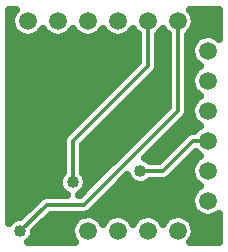
<source format=gbr>
G04 DipTrace 2.4.0.2*
%INBottom.gbr*%
%MOIN*%
%ADD13C,0.013*%
%ADD14C,0.025*%
%ADD17C,0.0591*%
%ADD21C,0.04*%
%FSLAX44Y44*%
G04*
G70*
G90*
G75*
G01*
%LNBottom*%
%LPD*%
X6190Y6065D2*
D13*
Y7440D1*
X8690Y9940D1*
Y11440D1*
X10690Y7440D2*
X10190D1*
X9190Y6440D1*
X8440D1*
X9690Y11440D2*
Y8440D1*
X6565Y5315D1*
X5315D1*
X4440Y4440D1*
D21*
X6190Y6065D3*
X4440Y4440D3*
X8440Y6440D3*
X10260Y11566D2*
D14*
X11040D1*
X10260Y11318D2*
X11040D1*
X4090Y11069D2*
X4245D1*
X5135D2*
X5248D1*
X6135D2*
X6248D1*
X7135D2*
X7248D1*
X8135D2*
X8248D1*
X9135D2*
X9248D1*
X10135D2*
X11040D1*
X4090Y10820D2*
X8335D1*
X9045D2*
X9335D1*
X10045D2*
X10253D1*
X4090Y10572D2*
X8335D1*
X9045D2*
X9335D1*
X4090Y10323D2*
X8335D1*
X9045D2*
X9335D1*
X4090Y10074D2*
X8331D1*
X9045D2*
X9335D1*
X10045D2*
X10241D1*
X4090Y9825D2*
X8085D1*
X9026D2*
X9335D1*
X10045D2*
X10257D1*
X4090Y9577D2*
X7835D1*
X8819D2*
X9335D1*
X4090Y9328D2*
X7585D1*
X8569D2*
X9335D1*
X4090Y9079D2*
X7339D1*
X8322D2*
X9335D1*
X10045D2*
X10237D1*
X4090Y8831D2*
X7089D1*
X8072D2*
X9335D1*
X10045D2*
X10265D1*
X4090Y8582D2*
X6839D1*
X7822D2*
X9335D1*
X10045D2*
X10125D1*
X4090Y8333D2*
X6593D1*
X7576D2*
X9093D1*
X10026D2*
X10115D1*
X4090Y8085D2*
X6343D1*
X7326D2*
X8843D1*
X9826D2*
X10233D1*
X4090Y7836D2*
X6093D1*
X7076D2*
X8593D1*
X9576D2*
X10269D1*
X4090Y7587D2*
X5870D1*
X6830D2*
X8347D1*
X9330D2*
X9847D1*
X4090Y7339D2*
X5835D1*
X6580D2*
X8097D1*
X9080D2*
X9597D1*
X4090Y7090D2*
X5835D1*
X6545D2*
X7847D1*
X8830D2*
X9347D1*
X4090Y6841D2*
X5835D1*
X6545D2*
X7601D1*
X8701D2*
X9101D1*
X10084D2*
X10272D1*
X4090Y6593D2*
X5835D1*
X6545D2*
X7351D1*
X9834D2*
X10128D1*
X4090Y6344D2*
X5792D1*
X6588D2*
X7101D1*
X9584D2*
X10112D1*
X4090Y6095D2*
X5702D1*
X6678D2*
X6854D1*
X7838D2*
X8104D1*
X8776D2*
X10222D1*
X4090Y5846D2*
X5753D1*
X7588D2*
X10280D1*
X4090Y5598D2*
X5120D1*
X7338D2*
X10128D1*
X4090Y5349D2*
X4858D1*
X7092D2*
X10112D1*
X4090Y5100D2*
X4608D1*
X6842D2*
X10218D1*
X4090Y4852D2*
X4198D1*
X5342D2*
X6284D1*
X7096D2*
X7286D1*
X8096D2*
X8286D1*
X9096D2*
X9286D1*
X10096D2*
X11040D1*
X5096Y4603D2*
X6128D1*
X10252D2*
X11040D1*
X4920Y4354D2*
X6112D1*
X10268D2*
X11040D1*
X4787Y4106D2*
X6214D1*
X10166D2*
X11040D1*
X6638Y5941D2*
X6589Y5827D1*
X6512Y5729D1*
X6411Y5656D1*
X6378Y5644D1*
X6508Y5725D1*
X9362Y8578D1*
X9360Y10991D1*
X9257Y11084D1*
X9191Y11186D1*
X9129Y11092D1*
X9019Y10989D1*
X9020Y9940D1*
X8997Y9818D1*
X8923Y9707D1*
X6517Y7301D1*
X6520Y6389D1*
X6564Y6342D1*
X6624Y6233D1*
X6653Y6112D1*
X6655Y6065D1*
X6638Y5941D1*
X6002Y5644D2*
X5935Y5676D1*
X5841Y5758D1*
X5772Y5861D1*
X5733Y5980D1*
X5727Y6104D1*
X5754Y6226D1*
X5812Y6336D1*
X5863Y6390D1*
X5860Y7440D1*
X5883Y7562D1*
X5957Y7673D1*
X8363Y10079D1*
X8360Y10991D1*
X8257Y11084D1*
X8191Y11186D1*
X8129Y11092D1*
X8042Y11004D1*
X7936Y10937D1*
X7819Y10895D1*
X7695Y10880D1*
X7571Y10893D1*
X7453Y10932D1*
X7346Y10997D1*
X7257Y11084D1*
X7191Y11186D1*
X7129Y11092D1*
X7042Y11004D1*
X6936Y10937D1*
X6819Y10895D1*
X6695Y10880D1*
X6571Y10893D1*
X6453Y10932D1*
X6346Y10997D1*
X6257Y11084D1*
X6191Y11186D1*
X6129Y11092D1*
X6042Y11004D1*
X5936Y10937D1*
X5819Y10895D1*
X5695Y10880D1*
X5571Y10893D1*
X5453Y10932D1*
X5346Y10997D1*
X5257Y11084D1*
X5191Y11186D1*
X5129Y11092D1*
X5042Y11004D1*
X4936Y10937D1*
X4819Y10895D1*
X4695Y10880D1*
X4571Y10893D1*
X4453Y10932D1*
X4346Y10997D1*
X4257Y11084D1*
X4189Y11189D1*
X4146Y11306D1*
X4130Y11430D1*
X4141Y11554D1*
X4180Y11673D1*
X4244Y11780D1*
X4279Y11816D1*
X4065Y11815D1*
Y4717D1*
X4148Y4802D1*
X4254Y4866D1*
X4374Y4900D1*
X4432Y4901D1*
X5082Y5548D1*
X5185Y5618D1*
X5315Y5645D1*
X5991D1*
X4904Y4436D2*
X4888Y4316D1*
X4839Y4202D1*
X4762Y4104D1*
X4708Y4065D1*
X6272D1*
X6189Y4189D1*
X6146Y4306D1*
X6130Y4430D1*
X6141Y4554D1*
X6180Y4673D1*
X6244Y4780D1*
X6331Y4870D1*
X6435Y4939D1*
X6551Y4983D1*
X6675Y5000D1*
X6799Y4990D1*
X6918Y4952D1*
X7026Y4889D1*
X7117Y4803D1*
X7191Y4689D1*
X7244Y4780D1*
X7331Y4870D1*
X7435Y4939D1*
X7551Y4983D1*
X7675Y5000D1*
X7799Y4990D1*
X7918Y4952D1*
X8026Y4889D1*
X8117Y4803D1*
X8191Y4689D1*
X8244Y4780D1*
X8331Y4870D1*
X8435Y4939D1*
X8551Y4983D1*
X8675Y5000D1*
X8799Y4990D1*
X8918Y4952D1*
X9026Y4889D1*
X9117Y4803D1*
X9191Y4689D1*
X9244Y4780D1*
X9331Y4870D1*
X9435Y4939D1*
X9551Y4983D1*
X9675Y5000D1*
X9799Y4990D1*
X9918Y4952D1*
X10026Y4889D1*
X10117Y4803D1*
X10186Y4700D1*
X10232Y4584D1*
X10250Y4440D1*
X10236Y4316D1*
X10195Y4198D1*
X10105Y4067D1*
X11065Y4065D1*
Y5022D1*
X10936Y4937D1*
X10819Y4895D1*
X10695Y4880D1*
X10571Y4893D1*
X10453Y4932D1*
X10346Y4997D1*
X10257Y5084D1*
X10189Y5189D1*
X10146Y5306D1*
X10130Y5430D1*
X10141Y5554D1*
X10180Y5673D1*
X10244Y5780D1*
X10331Y5870D1*
X10438Y5940D1*
X10346Y5997D1*
X10257Y6084D1*
X10189Y6189D1*
X10146Y6306D1*
X10130Y6430D1*
X10141Y6554D1*
X10180Y6673D1*
X10244Y6780D1*
X10331Y6870D1*
X10438Y6940D1*
X10346Y6997D1*
X10277Y7065D1*
X9981Y6765D1*
X9423Y6207D1*
X9320Y6137D1*
X9190Y6110D1*
X8762Y6104D1*
X8661Y6031D1*
X8545Y5987D1*
X8420Y5975D1*
X8298Y5997D1*
X8185Y6051D1*
X8091Y6133D1*
X8022Y6236D1*
X8004Y6292D1*
X7625Y5909D1*
X6798Y5082D1*
X6692Y5011D1*
X6717Y5023D1*
X6561Y4985D1*
X5452D1*
X4905Y4438D1*
X10236Y11316D2*
X10195Y11198D1*
X10129Y11092D1*
X10019Y10989D1*
X10020Y8440D1*
X9997Y8318D1*
X9923Y8207D1*
X8595Y6878D1*
X8727Y6806D1*
X8762Y6770D1*
X9053D1*
X9957Y7673D1*
X10060Y7743D1*
X10190Y7770D1*
X10241D1*
X10331Y7870D1*
X10438Y7940D1*
X10346Y7997D1*
X10257Y8084D1*
X10189Y8189D1*
X10146Y8306D1*
X10130Y8430D1*
X10141Y8554D1*
X10180Y8673D1*
X10244Y8780D1*
X10331Y8870D1*
X10438Y8940D1*
X10346Y8997D1*
X10257Y9084D1*
X10189Y9189D1*
X10146Y9306D1*
X10130Y9430D1*
X10141Y9554D1*
X10180Y9673D1*
X10244Y9780D1*
X10331Y9870D1*
X10438Y9940D1*
X10346Y9997D1*
X10257Y10084D1*
X10189Y10189D1*
X10146Y10306D1*
X10130Y10430D1*
X10141Y10554D1*
X10180Y10673D1*
X10244Y10780D1*
X10331Y10870D1*
X10435Y10939D1*
X10551Y10983D1*
X10675Y11000D1*
X10799Y10990D1*
X10918Y10952D1*
X11026Y10889D1*
X11062Y10854D1*
X11065Y11815D1*
X10108D1*
X10186Y11700D1*
X10232Y11584D1*
X10250Y11440D1*
X10236Y11316D1*
D17*
X8690Y11440D3*
X9690D3*
X10690Y10440D3*
Y9440D3*
Y8440D3*
Y7440D3*
Y6440D3*
X8690Y4440D3*
X7690D3*
X9690D3*
X6690D3*
X10690Y5440D3*
X7690Y11440D3*
X6690D3*
X5690D3*
X4690D3*
M02*

</source>
